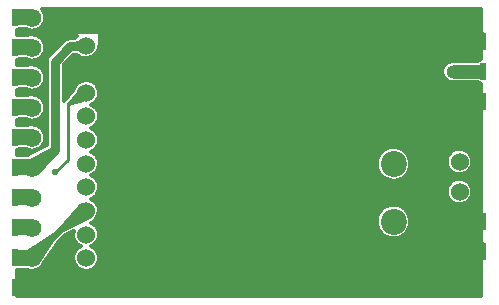
<source format=gbl>
%FSLAX25Y25*%
%MOIN*%
G70*
G01*
G75*
%ADD10C,0.01000*%
%ADD11C,0.02000*%
%ADD12C,0.00800*%
%ADD13R,0.01969X0.02000*%
%ADD14R,0.03000X0.03000*%
%ADD15R,0.02000X0.01969*%
%ADD16R,0.03150X0.00984*%
%ADD17R,0.00984X0.03150*%
%ADD18R,0.00984X0.03150*%
%ADD19R,0.05906X0.05906*%
%ADD20O,0.03150X0.00984*%
%ADD21C,0.00800*%
%ADD22R,0.05906X0.05118*%
%ADD23R,0.02000X0.03150*%
%ADD24R,0.05118X0.05906*%
%ADD25R,0.02756X0.00984*%
%ADD26R,0.00984X0.02756*%
%ADD27R,0.06299X0.06299*%
%ADD28C,0.00700*%
%ADD29C,0.01500*%
%ADD30C,0.02900*%
%ADD31C,0.00600*%
%ADD32C,0.03000*%
%ADD33R,0.00900X0.00700*%
%ADD34R,0.03000X0.02247*%
%ADD35R,0.01600X0.02900*%
%ADD36R,0.07500X0.07700*%
%ADD37R,0.04500X0.03500*%
%ADD38R,0.03900X0.03000*%
%ADD39R,0.07700X0.04600*%
%ADD40R,0.02078X0.02277*%
%ADD41R,0.04100X0.02700*%
%ADD42R,0.04000X0.03000*%
%ADD43R,0.02300X0.04800*%
%ADD44C,0.04724*%
%ADD45C,0.06000*%
%ADD46O,0.09000X0.04500*%
%ADD47C,0.04331*%
%ADD48C,0.01500*%
%ADD49C,0.06200*%
%ADD50R,0.06200X0.06200*%
%ADD51R,0.06000X0.06000*%
%ADD52C,0.02200*%
%ADD53C,0.02400*%
%ADD54C,0.02000*%
%ADD55R,0.08026X0.06000*%
%ADD56R,0.08126X0.05900*%
%ADD57R,0.07700X0.06100*%
%ADD58R,0.05600X0.04400*%
%ADD59R,0.06200X0.05400*%
%ADD60C,0.01200*%
%ADD61R,0.08100X0.04600*%
%ADD62C,0.08661*%
D10*
X961400Y845300D02*
Y863800D01*
X957100Y841100D02*
X961400Y845300D01*
Y863800D02*
X967484Y867618D01*
X961400Y863800D02*
X966632Y865268D01*
X961400Y863800D02*
X966632Y869968D01*
X961400Y863800D02*
X967177Y866150D01*
X961400Y863800D02*
X967177Y869086D01*
X949500Y892700D02*
X949900D01*
D11*
X949500Y814800D02*
X950406Y814871D01*
X951291Y815084D01*
X952131Y815431D01*
X952906Y815907D01*
X953597Y816497D01*
X952873Y815773D02*
X952182Y814873D01*
X951748Y813825D01*
X951600Y812700D01*
X967484Y828248D02*
X966478Y828149D01*
X965511Y827855D01*
X964619Y827379D01*
X963838Y826737D01*
X967484Y826248D02*
X966506Y826200D01*
X965536Y826056D01*
X964586Y825818D01*
X963663Y825488D01*
X962777Y825069D01*
X961936Y824565D01*
X961149Y823981D01*
X960423Y823323D01*
X949500Y814800D02*
X950406Y814871D01*
X951291Y815084D01*
X952131Y815431D01*
X952906Y815907D01*
X953597Y816497D01*
X952873Y815773D02*
X952182Y814873D01*
X951748Y813825D01*
X951600Y812700D01*
X967484Y828248D02*
X966478Y828149D01*
X965511Y827855D01*
X964619Y827379D01*
X963838Y826737D01*
X967484Y826248D02*
X966506Y826200D01*
X965536Y826056D01*
X964586Y825818D01*
X963663Y825488D01*
X962777Y825069D01*
X961936Y824565D01*
X961149Y823981D01*
X960423Y823323D01*
X949500Y812700D02*
X949800D01*
X965100Y828000D01*
X967500D01*
X959112Y822013D02*
X968520Y826537D01*
X959112Y822013D02*
X966141Y829730D01*
X959112Y822013D02*
X967484Y828248D01*
X948207Y814355D02*
X956965Y819865D01*
X951100Y811340D02*
X956965Y819865D01*
X949500Y812700D02*
X956965Y819865D01*
D29*
X949500Y892200D02*
Y892700D01*
D32*
Y844300D02*
X950540Y844368D01*
X951562Y844571D01*
X952549Y844906D01*
X953483Y845367D01*
X954350Y845946D01*
X955134Y846634D01*
X963220Y883100D02*
X964104Y883187D01*
X964954Y883445D01*
X965737Y883863D01*
X966424Y884427D01*
X949500Y844300D02*
X950540Y844368D01*
X951562Y844571D01*
X952549Y844906D01*
X953483Y845367D01*
X954350Y845946D01*
X955134Y846634D01*
X963220Y883100D02*
X964104Y883187D01*
X964954Y883445D01*
X965737Y883863D01*
X966424Y884427D01*
X949500Y842700D02*
X951200D01*
X957200Y848700D02*
Y878000D01*
X962300Y883100D01*
X951200Y842700D02*
X957200Y848700D01*
X962300Y883100D02*
X967700D01*
X962300D02*
X967484Y883366D01*
X948623Y844038D02*
X957200Y848700D01*
X950584Y841523D02*
X957200Y848700D01*
X949500Y842700D02*
X957200Y848700D01*
D44*
X958526Y806184D02*
D03*
X1078000Y811700D02*
D03*
X958500Y890200D02*
D03*
D45*
X1091984Y844674D02*
D03*
Y834674D02*
D03*
Y884674D02*
D03*
Y814674D02*
D03*
Y824674D02*
D03*
Y854674D02*
D03*
Y864674D02*
D03*
X967484Y875492D02*
D03*
Y867618D02*
D03*
Y859744D02*
D03*
Y836122D02*
D03*
Y828248D02*
D03*
Y891240D02*
D03*
Y883366D02*
D03*
Y812500D02*
D03*
Y820374D02*
D03*
X967484Y851870D02*
D03*
X967484Y843996D02*
D03*
D46*
X1091984Y874674D02*
D03*
D48*
X1056474Y869231D02*
D03*
X1054112D02*
D03*
X1051750D02*
D03*
X1051750Y871593D02*
D03*
X1056474D02*
D03*
Y873955D02*
D03*
X1054112D02*
D03*
X1051750D02*
D03*
D49*
X949500Y872700D02*
D03*
Y882700D02*
D03*
Y832700D02*
D03*
Y822700D02*
D03*
Y842700D02*
D03*
Y812700D02*
D03*
Y862700D02*
D03*
Y892700D02*
D03*
Y852700D02*
D03*
D50*
Y802700D02*
D03*
D51*
X967484Y804626D02*
D03*
D52*
X1019500Y823900D02*
D03*
X957100Y841100D02*
D03*
X1010000Y824200D02*
D03*
X1011700Y826000D02*
D03*
X1055700Y849200D02*
D03*
X1027600Y863300D02*
D03*
X1001000Y879300D02*
D03*
X1009100Y867200D02*
D03*
X1009800Y843200D02*
D03*
X991100Y818000D02*
D03*
X1028300Y814100D02*
D03*
X1039600Y821900D02*
D03*
X1049500Y810300D02*
D03*
X1054274Y809700D02*
D03*
X1057700Y813800D02*
D03*
X984700Y854500D02*
D03*
X1008300Y838900D02*
D03*
X992900Y841200D02*
D03*
X989300Y839100D02*
D03*
X1015800Y882000D02*
D03*
X1056200Y837800D02*
D03*
X1054400Y840400D02*
D03*
X1036500Y862800D02*
D03*
X1027700Y866800D02*
D03*
X985300Y873900D02*
D03*
X1001900Y868200D02*
D03*
X988700Y871200D02*
D03*
X991200Y847000D02*
D03*
X1072700Y856500D02*
D03*
X1075800Y859100D02*
D03*
X1059600Y824700D02*
D03*
X993200Y875000D02*
D03*
X993100Y813400D02*
D03*
X989800Y815500D02*
D03*
X1032274Y847300D02*
D03*
X1028000Y851200D02*
D03*
X1036000D02*
D03*
Y843200D02*
D03*
X1028000D02*
D03*
X1027900Y847300D02*
D03*
X1032300Y851200D02*
D03*
Y843200D02*
D03*
X1035900Y847200D02*
D03*
X977500Y836300D02*
D03*
Y831900D02*
D03*
Y827100D02*
D03*
X977400Y860700D02*
D03*
X977300Y876500D02*
D03*
X977400Y870600D02*
D03*
Y857400D02*
D03*
Y854400D02*
D03*
X1083500Y846000D02*
D03*
Y846800D02*
D03*
Y847600D02*
D03*
Y848500D02*
D03*
Y849300D02*
D03*
Y850100D02*
D03*
Y850800D02*
D03*
X977500Y851000D02*
D03*
Y850300D02*
D03*
Y849600D02*
D03*
Y849000D02*
D03*
Y848400D02*
D03*
Y847800D02*
D03*
Y847100D02*
D03*
Y846500D02*
D03*
X1027800Y890800D02*
D03*
X1028400D02*
D03*
X1029000D02*
D03*
X1029700D02*
D03*
X1030400D02*
D03*
X1031100D02*
D03*
X1031800D02*
D03*
X1032500D02*
D03*
X1027600Y805700D02*
D03*
X1028400D02*
D03*
X1029200D02*
D03*
X1030100D02*
D03*
X1031000D02*
D03*
X1031900D02*
D03*
X1032600D02*
D03*
X1033200D02*
D03*
X977600Y815200D02*
D03*
Y811200D02*
D03*
X977500Y807400D02*
D03*
Y804100D02*
D03*
X983000D02*
D03*
X987300D02*
D03*
X991500D02*
D03*
X996100D02*
D03*
X1000500D02*
D03*
X1004300D02*
D03*
X1008400Y804200D02*
D03*
X1013200D02*
D03*
X1017800Y804300D02*
D03*
X1022700Y804200D02*
D03*
X1037500Y804300D02*
D03*
X1042300Y804200D02*
D03*
X1047000D02*
D03*
X1051600D02*
D03*
X1057900D02*
D03*
X1063100Y804300D02*
D03*
X1069000D02*
D03*
X1075000D02*
D03*
X1080000Y804400D02*
D03*
X1083700Y804500D02*
D03*
X1084000Y808500D02*
D03*
Y820200D02*
D03*
Y825200D02*
D03*
Y836800D02*
D03*
Y842200D02*
D03*
X977000Y887500D02*
D03*
Y891300D02*
D03*
X982000D02*
D03*
X987800D02*
D03*
X992800D02*
D03*
X997900D02*
D03*
X1004100D02*
D03*
X1010600D02*
D03*
X1016800D02*
D03*
X1021600D02*
D03*
X1037500Y891200D02*
D03*
X1042400D02*
D03*
X1047000D02*
D03*
X1052300D02*
D03*
X1059100D02*
D03*
X1064400D02*
D03*
X1070200D02*
D03*
X1076000D02*
D03*
X1080300D02*
D03*
X1084000D02*
D03*
Y885800D02*
D03*
Y882400D02*
D03*
Y868200D02*
D03*
Y864700D02*
D03*
Y860300D02*
D03*
X1071400Y876816D02*
D03*
X1064600Y853200D02*
D03*
X1060000Y866900D02*
D03*
X1067700Y811100D02*
D03*
X1063300Y812300D02*
D03*
X1058800Y835700D02*
D03*
X1061200Y827200D02*
D03*
X1074600Y879500D02*
D03*
X982500Y875800D02*
D03*
X1015700Y860716D02*
D03*
X1049400Y865700D02*
D03*
X1084000Y864700D02*
D03*
Y882400D02*
D03*
Y885800D02*
D03*
X1053100Y879900D02*
D03*
X1060400Y862200D02*
D03*
X1072100Y866000D02*
D03*
X1074800Y875416D02*
D03*
X1047074Y865200D02*
D03*
X1032600Y878400D02*
D03*
X1024500Y879200D02*
D03*
X1019600Y880500D02*
D03*
X1013100Y879800D02*
D03*
X996500Y864300D02*
D03*
X1058900Y878200D02*
D03*
D53*
X1099974Y816516D02*
D03*
Y812916D02*
D03*
Y814716D02*
D03*
Y815616D02*
D03*
Y813816D02*
D03*
Y826516D02*
D03*
X1099974Y822916D02*
D03*
X1099974Y824716D02*
D03*
Y825616D02*
D03*
Y823816D02*
D03*
Y886516D02*
D03*
Y882916D02*
D03*
Y884716D02*
D03*
Y885616D02*
D03*
Y883816D02*
D03*
Y866516D02*
D03*
Y862916D02*
D03*
Y864716D02*
D03*
Y865616D02*
D03*
Y863816D02*
D03*
Y876516D02*
D03*
Y872916D02*
D03*
Y874716D02*
D03*
Y875616D02*
D03*
Y873816D02*
D03*
X943974Y894516D02*
D03*
Y890916D02*
D03*
Y892716D02*
D03*
Y893616D02*
D03*
Y891816D02*
D03*
Y884516D02*
D03*
Y880916D02*
D03*
Y882716D02*
D03*
Y883616D02*
D03*
Y881816D02*
D03*
Y874616D02*
D03*
Y871016D02*
D03*
Y872816D02*
D03*
Y873716D02*
D03*
Y871916D02*
D03*
Y864516D02*
D03*
Y860916D02*
D03*
Y862716D02*
D03*
Y863616D02*
D03*
Y861816D02*
D03*
Y854516D02*
D03*
Y850916D02*
D03*
Y852716D02*
D03*
Y853616D02*
D03*
Y851816D02*
D03*
Y844516D02*
D03*
Y840916D02*
D03*
Y842716D02*
D03*
Y843616D02*
D03*
Y841816D02*
D03*
Y834516D02*
D03*
Y830916D02*
D03*
Y832716D02*
D03*
Y833616D02*
D03*
Y831816D02*
D03*
Y824516D02*
D03*
Y820916D02*
D03*
Y822716D02*
D03*
Y823616D02*
D03*
Y821816D02*
D03*
Y814516D02*
D03*
Y810916D02*
D03*
Y812716D02*
D03*
Y813616D02*
D03*
Y811816D02*
D03*
Y804516D02*
D03*
Y800916D02*
D03*
Y802716D02*
D03*
Y803616D02*
D03*
Y801816D02*
D03*
X991000Y865700D02*
D03*
X1046100Y875600D02*
D03*
X1043300Y881400D02*
D03*
X1068700Y865500D02*
D03*
X1065000Y865400D02*
D03*
X1072600Y862900D02*
D03*
X1035500Y876400D02*
D03*
X1000100Y863500D02*
D03*
X1054100Y871600D02*
D03*
X1070100Y827400D02*
D03*
X1067900Y845100D02*
D03*
X1045500Y879400D02*
D03*
X1061900Y865400D02*
D03*
D54*
X1060700Y851600D02*
D03*
X1040700Y851900D02*
D03*
D55*
X1095987Y814716D02*
D03*
Y884716D02*
D03*
D56*
X1095937Y824666D02*
D03*
D57*
X1095824Y864666D02*
D03*
D58*
X1097174Y874716D02*
D03*
D59*
X946274Y802816D02*
D03*
X946274Y842816D02*
D03*
Y852816D02*
D03*
Y862816D02*
D03*
Y872816D02*
D03*
Y882816D02*
D03*
Y892816D02*
D03*
Y812616D02*
D03*
Y822816D02*
D03*
Y832716D02*
D03*
D60*
X1099300Y878923D02*
X1098223Y878300D01*
X1098256Y871100D02*
X1099300Y870508D01*
X1096284Y844674D02*
X1096168Y845666D01*
X1095827Y846604D01*
X1095278Y847438D01*
X1094552Y848123D01*
X1093687Y848622D01*
X1092731Y848909D01*
X1091734Y848967D01*
X1090751Y848793D01*
X1089834Y848398D01*
X1089033Y847802D01*
X1088392Y847037D01*
X1087943Y846145D01*
X1087713Y845173D01*
X1087713Y844175D01*
X1087943Y843203D01*
X1088392Y842311D01*
X1089033Y841546D01*
X1089834Y840950D01*
X1090751Y840555D01*
X1091734Y840381D01*
X1092731Y840439D01*
X1093687Y840726D01*
X1094552Y841225D01*
X1095278Y841910D01*
X1095827Y842744D01*
X1096168Y843682D01*
X1096284Y844674D01*
Y834674D02*
X1096168Y835666D01*
X1095827Y836604D01*
X1095278Y837438D01*
X1094552Y838123D01*
X1093687Y838622D01*
X1092731Y838909D01*
X1091734Y838967D01*
X1090751Y838793D01*
X1089834Y838398D01*
X1089033Y837802D01*
X1088392Y837037D01*
X1087943Y836145D01*
X1087713Y835173D01*
X1087713Y834175D01*
X1087943Y833203D01*
X1088392Y832311D01*
X1089033Y831546D01*
X1089834Y830950D01*
X1090751Y830555D01*
X1091734Y830381D01*
X1092731Y830439D01*
X1093687Y830726D01*
X1094552Y831225D01*
X1095278Y831910D01*
X1095827Y832744D01*
X1096168Y833682D01*
X1096284Y834674D01*
X1089500Y878216D02*
X1088552Y878021D01*
X1087691Y877577D01*
X1086983Y876917D01*
X1086479Y876090D01*
X1086217Y875158D01*
X1086217Y874190D01*
X1086479Y873258D01*
X1086983Y872431D01*
X1087691Y871771D01*
X1088552Y871327D01*
X1089500Y871132D01*
X1075631Y843913D02*
X1075540Y844918D01*
X1075272Y845891D01*
X1074834Y846801D01*
X1074240Y847617D01*
X1073511Y848315D01*
X1072668Y848871D01*
X1071740Y849268D01*
X1070756Y849492D01*
X1069747Y849538D01*
X1068747Y849402D01*
X1067787Y849090D01*
X1066898Y848612D01*
X1066109Y847982D01*
X1065445Y847222D01*
X1064927Y846356D01*
X1064572Y845411D01*
X1064392Y844417D01*
Y843408D01*
X1064572Y842415D01*
X1064927Y841469D01*
X1065445Y840603D01*
X1066109Y839843D01*
X1066898Y839213D01*
X1067787Y838735D01*
X1068747Y838423D01*
X1069747Y838288D01*
X1070756Y838333D01*
X1071740Y838558D01*
X1072668Y838954D01*
X1073511Y839510D01*
X1074240Y840208D01*
X1074834Y841025D01*
X1075272Y841934D01*
X1075540Y842907D01*
X1075631Y843913D01*
Y824700D02*
X1075540Y825705D01*
X1075272Y826678D01*
X1074834Y827588D01*
X1074240Y828405D01*
X1073511Y829102D01*
X1072668Y829658D01*
X1071740Y830055D01*
X1070756Y830280D01*
X1069747Y830325D01*
X1068747Y830190D01*
X1067787Y829878D01*
X1066898Y829399D01*
X1066109Y828770D01*
X1065445Y828010D01*
X1064927Y827143D01*
X1064572Y826198D01*
X1064392Y825205D01*
Y824195D01*
X1064572Y823202D01*
X1064927Y822257D01*
X1065445Y821390D01*
X1066109Y820630D01*
X1066898Y820001D01*
X1067787Y819522D01*
X1068747Y819211D01*
X1069747Y819075D01*
X1070756Y819120D01*
X1071740Y819345D01*
X1072668Y819742D01*
X1073511Y820298D01*
X1074240Y820995D01*
X1074834Y821812D01*
X1075272Y822721D01*
X1075540Y823695D01*
X1075631Y824700D01*
X963731Y885977D02*
X964444Y886407D01*
X963731Y885977D02*
X964444Y886407D01*
X962156Y885896D02*
X961162Y885658D01*
X960320Y885080D01*
X962156Y885896D02*
X961162Y885658D01*
X960320Y885080D01*
X964470Y880300D02*
X965265Y879683D01*
X966183Y879268D01*
X967172Y879078D01*
X968178Y879123D01*
X969147Y879400D01*
X970024Y879896D01*
X970761Y880582D01*
X971319Y881421D01*
X971666Y882366D01*
X971784Y883366D01*
X962156Y885896D02*
X961162Y885658D01*
X960320Y885080D01*
X971784Y867618D02*
X971665Y868624D01*
X971314Y869573D01*
X970751Y870415D01*
X970006Y871101D01*
X969122Y871594D01*
X968147Y871867D01*
X967135Y871904D01*
X966142Y871703D01*
X965224Y871276D01*
X964431Y870646D01*
X963808Y869848D01*
X963388Y868927D01*
X969213Y863681D02*
X970070Y864183D01*
X970789Y864867D01*
X971332Y865699D01*
X971670Y866632D01*
X971784Y867618D01*
X953900Y892700D02*
X953784Y893703D01*
X953443Y894653D01*
X952894Y895500D01*
X953900Y882700D02*
X953799Y883637D01*
X953501Y884532D01*
X953018Y885342D01*
X952375Y886031D01*
X951599Y886567D01*
X950727Y886925D01*
X949799Y887090D01*
X948857Y887053D01*
X947944Y886816D01*
X955220Y879980D02*
X954613Y879072D01*
X954400Y878000D01*
X955220Y879980D02*
X954613Y879072D01*
X954400Y878000D01*
X947433Y888816D02*
X948368Y888448D01*
X949362Y888302D01*
X950364Y888386D01*
X951320Y888694D01*
X952181Y889211D01*
X952903Y889911D01*
X953447Y890755D01*
X953785Y891702D01*
X953900Y892700D01*
X944600Y888495D02*
X945331Y888816D01*
X947433Y878816D02*
X948368Y878448D01*
X949362Y878302D01*
X950364Y878386D01*
X951320Y878694D01*
X952181Y879211D01*
X952903Y879911D01*
X953447Y880756D01*
X953785Y881702D01*
X953900Y882700D01*
X944954Y886816D02*
X944600Y886936D01*
Y878495D02*
X945331Y878816D01*
X953900Y872700D02*
X953799Y873637D01*
X953501Y874532D01*
X953018Y875342D01*
X952375Y876031D01*
X951599Y876567D01*
X950727Y876925D01*
X949799Y877090D01*
X948857Y877053D01*
X947944Y876816D01*
X947433Y868816D02*
X948368Y868448D01*
X949362Y868302D01*
X950364Y868386D01*
X951320Y868694D01*
X952181Y869211D01*
X952903Y869911D01*
X953447Y870755D01*
X953785Y871702D01*
X953900Y872700D01*
X945161Y876816D02*
X944600Y877036D01*
Y868595D02*
X945162Y868816D01*
X953900Y862700D02*
X953799Y863637D01*
X953501Y864532D01*
X953018Y865342D01*
X952375Y866031D01*
X951599Y866567D01*
X950727Y866925D01*
X949799Y867090D01*
X948857Y867053D01*
X947944Y866816D01*
X944954D02*
X944600Y866936D01*
X971784Y859744D02*
X971670Y860730D01*
X971332Y861664D01*
X970789Y862495D01*
X970070Y863180D01*
X969213Y863681D01*
X969712Y824570D02*
X970572Y825256D01*
X971231Y826137D01*
X971644Y827157D01*
X971784Y828248D01*
X969213Y855807D02*
X970070Y856309D01*
X970789Y856993D01*
X971332Y857824D01*
X971670Y858758D01*
X971784Y859744D01*
X971784Y851870D02*
X971670Y852856D01*
X971332Y853790D01*
X970789Y854621D01*
X970070Y855306D01*
X969213Y855807D01*
Y847933D02*
X970070Y848435D01*
X970789Y849119D01*
X971332Y849950D01*
X971670Y850884D01*
X971784Y851870D01*
X971784Y843996D02*
X971670Y844982D01*
X971332Y845916D01*
X970789Y846747D01*
X970070Y847432D01*
X969213Y847933D01*
X969213Y840059D02*
X970070Y840561D01*
X970789Y841245D01*
X971332Y842076D01*
X971670Y843010D01*
X971784Y843996D01*
Y836122D02*
X971670Y837108D01*
X971332Y838042D01*
X970789Y838873D01*
X970070Y839558D01*
X969213Y840059D01*
Y832185D02*
X970070Y832687D01*
X970789Y833371D01*
X971332Y834202D01*
X971670Y835136D01*
X971784Y836122D01*
Y828248D02*
X971670Y829234D01*
X971332Y830168D01*
X970789Y830999D01*
X970070Y831684D01*
X969213Y832185D01*
X969213Y824311D02*
X969709Y824568D01*
X971784Y820374D02*
X971670Y821360D01*
X971332Y822294D01*
X970789Y823125D01*
X970070Y823810D01*
X969213Y824311D01*
X963332Y821489D02*
X963186Y820485D01*
X963279Y819475D01*
X963607Y818514D01*
X964151Y817657D01*
X964880Y816952D01*
X965755Y816437D01*
X969213D02*
X970070Y816938D01*
X970789Y817623D01*
X971332Y818454D01*
X971670Y819388D01*
X971784Y820374D01*
Y812500D02*
X971670Y813486D01*
X971332Y814420D01*
X970789Y815251D01*
X970070Y815936D01*
X969213Y816437D01*
X965755D02*
X964873Y815916D01*
X964139Y815202D01*
X963595Y814334D01*
X963271Y813361D01*
X963187Y812341D01*
X963347Y811329D01*
X963741Y810383D01*
X964348Y809558D01*
X965133Y808900D01*
X966052Y808446D01*
X967051Y808222D01*
X968076Y808241D01*
X969066Y808502D01*
X969967Y808989D01*
X970727Y809676D01*
X971303Y810524D01*
X971662Y811483D01*
X971784Y812500D01*
X951837Y848972D02*
X952695Y849675D01*
X953350Y850570D01*
X953760Y851600D01*
X953900Y852700D01*
X947433Y858816D02*
X948368Y858448D01*
X949362Y858302D01*
X950364Y858386D01*
X951320Y858694D01*
X952181Y859211D01*
X952903Y859911D01*
X953447Y860756D01*
X953785Y861702D01*
X953900Y862700D01*
X944600Y858495D02*
X945331Y858816D01*
X953900Y852700D02*
X953799Y853637D01*
X953501Y854532D01*
X953018Y855342D01*
X952375Y856031D01*
X951599Y856567D01*
X950727Y856925D01*
X949799Y857090D01*
X948857Y857053D01*
X947944Y856816D01*
X947433Y848816D02*
X948378Y848446D01*
X949382Y848302D01*
X950393Y848392D01*
X951357Y848711D01*
X944954Y856816D02*
X944600Y856936D01*
Y848495D02*
X945331Y848816D01*
X947863Y808616D02*
X948866Y808346D01*
X949905Y808319D01*
X950920Y808535D01*
X951857Y808984D01*
X952662Y809640D01*
X953291Y810467D01*
X944954Y846816D02*
X944600Y846936D01*
Y808495D02*
X944954Y808616D01*
X1099300Y878923D02*
Y895500D01*
X1099274Y878916D02*
Y895500D01*
X1098274Y878349D02*
Y895500D01*
X1097274Y878300D02*
Y895500D01*
X1096274Y878300D02*
Y895500D01*
X1095274Y878300D02*
Y895500D01*
X1094274Y878300D02*
Y895500D01*
X1093274Y878300D02*
Y895500D01*
X1092274Y878300D02*
Y895500D01*
X1096274Y844970D02*
Y871100D01*
X1089500Y878300D02*
X1098223D01*
X1095274Y847443D02*
Y871100D01*
X1094274Y848314D02*
Y871100D01*
X1093274Y848776D02*
Y871100D01*
X1091274Y878300D02*
Y895500D01*
X1092274Y848964D02*
Y871100D01*
X1091274Y848915D02*
Y871100D01*
X971749Y882816D02*
X1099300D01*
X971495Y881816D02*
X1099300D01*
X970946Y880816D02*
X1099300D01*
X971614Y868816D02*
X1099300D01*
X971180Y869816D02*
X1099300D01*
X1089500Y871100D02*
X1098256D01*
X971780Y867816D02*
X1099300D01*
X971709Y866816D02*
X1099300D01*
X971388Y865816D02*
X1099300D01*
X971649Y860816D02*
X1099300D01*
X971784Y859816D02*
X1099300D01*
X971252Y861816D02*
X1099300D01*
X971683Y858816D02*
X1099300D01*
X971328Y857816D02*
X1099300D01*
X971679Y852816D02*
X1099300D01*
X971319Y853816D02*
X1099300D01*
X971784Y851816D02*
X1099300D01*
X971653Y850816D02*
X1099300D01*
X1095713Y846816D02*
X1099300D01*
X1096130Y845816D02*
X1099300D01*
X1094920Y847816D02*
X1099300D01*
X1096282Y844816D02*
X1099300D01*
X1096198Y843816D02*
X1099300D01*
X1095862Y842816D02*
X1099300D01*
X1095197Y841816D02*
X1099300D01*
X1094274Y838314D02*
Y841034D01*
X1093883Y840816D02*
X1099300D01*
X1095713Y836816D02*
X1099300D01*
X1096130Y835816D02*
X1099300D01*
X1094920Y837816D02*
X1099300D01*
X1096282Y834816D02*
X1099300D01*
X1096198Y833816D02*
X1099300D01*
X1096274Y834970D02*
Y844378D01*
X1095274Y837443D02*
Y841905D01*
X1095862Y832816D02*
X1099300D01*
X1095197Y831816D02*
X1099300D01*
X1093140Y848816D02*
X1099300D01*
X1073863Y839816D02*
X1099300D01*
X971262Y849816D02*
X1099300D01*
X1093883Y830816D02*
X1099300D01*
X1093140Y838816D02*
X1099300D01*
X1093274Y838776D02*
Y840572D01*
X1092274Y838964D02*
Y840384D01*
X1073843Y828816D02*
X1099300D01*
X1074690Y827816D02*
X1099300D01*
X1072352Y829816D02*
X1099300D01*
X1075519Y825816D02*
X1099300D01*
X1075218Y826816D02*
X1099300D01*
X1075630Y824816D02*
X1099300D01*
X1075561Y823816D02*
X1099300D01*
X1075306Y822816D02*
X1099300D01*
X1074836Y821816D02*
X1099300D01*
X1090274Y878300D02*
Y895500D01*
X1089274Y878194D02*
Y895500D01*
X1090274Y848619D02*
Y871100D01*
X1089274Y848012D02*
Y871154D01*
X1088274Y877910D02*
Y895500D01*
X1087274Y877233D02*
Y895500D01*
X1086274Y875467D02*
Y895500D01*
X1073274Y848494D02*
Y895500D01*
X1088274Y846848D02*
Y871438D01*
X1074825Y846816D02*
X1088256D01*
X1074058Y847816D02*
X1089048D01*
X1075523Y842816D02*
X1088107D01*
X1075299Y845816D02*
X1087839D01*
X1075274Y845885D02*
Y895500D01*
X1074274Y847578D02*
Y895500D01*
X1075558Y844816D02*
X1087687D01*
X1075630Y843816D02*
X1087771D01*
X1071274Y849397D02*
Y895500D01*
X1072274Y849064D02*
Y895500D01*
X1070274Y849537D02*
Y895500D01*
X1072768Y848816D02*
X1090828D01*
X1069274Y849496D02*
Y895500D01*
X1068274Y849272D02*
Y895500D01*
X971274Y869650D02*
Y881334D01*
Y861776D02*
Y865586D01*
Y853902D02*
Y857712D01*
X1067274Y848839D02*
Y895500D01*
X1066274Y848134D02*
Y895500D01*
X1065274Y846974D02*
Y895500D01*
X971380Y845816D02*
X1064701D01*
X971705Y844816D02*
X1064442D01*
X971274Y846028D02*
Y849839D01*
X971780Y843816D02*
X1064370D01*
X971619Y842816D02*
X1064477D01*
X1091274Y838915D02*
Y840433D01*
X1089274Y838012D02*
Y841336D01*
X1074703Y840816D02*
X1090086D01*
X1090274Y838619D02*
Y840729D01*
X1072393Y838816D02*
X1090828D01*
X1088274Y836848D02*
Y842500D01*
X1075226Y841816D02*
X1088772D01*
X1071274Y830185D02*
Y838428D01*
X1070274Y830324D02*
Y838289D01*
X1074274Y828366D02*
Y840247D01*
X1075274Y826672D02*
Y841940D01*
X1073274Y829281D02*
Y839332D01*
X1072274Y829851D02*
Y838762D01*
X1069274Y830284D02*
Y838329D01*
X1066274Y828922D02*
Y839691D01*
X1065274Y827761D02*
Y840852D01*
X1068274Y830060D02*
Y838553D01*
X1067274Y829627D02*
Y838986D01*
X971437Y837816D02*
X1089048D01*
X971773Y835816D02*
X1087839D01*
X971728Y836816D02*
X1088256D01*
X971113Y833816D02*
X1087771D01*
X970933Y830816D02*
X1090086D01*
X971274Y838154D02*
Y841964D01*
X971190Y841816D02*
X1064774D01*
X971581Y834816D02*
X1087687D01*
X970836Y838816D02*
X1067607D01*
X971747Y828816D02*
X1066157D01*
X971762Y827816D02*
X1065310D01*
X971488Y829816D02*
X1067648D01*
X971539Y826816D02*
X1064782D01*
X971535Y821816D02*
X1065164D01*
X971274Y830280D02*
Y834090D01*
Y822406D02*
Y826216D01*
X971030Y825816D02*
X1064481D01*
X971024Y822816D02*
X1064694D01*
X1086274Y799900D02*
Y873880D01*
X1085274Y799900D02*
Y895500D01*
X1084274Y799900D02*
Y895500D01*
X1098274Y799900D02*
Y871083D01*
X1087274Y799900D02*
Y872115D01*
X1083274Y799900D02*
Y895500D01*
X1082274Y799900D02*
Y895500D01*
X1081274Y799900D02*
Y895500D01*
X1080274Y799900D02*
Y895500D01*
X1079274Y799900D02*
Y895500D01*
X1078274Y799900D02*
Y895500D01*
X1077274Y799900D02*
Y895500D01*
X1076274Y799900D02*
Y895500D01*
X1064274Y799900D02*
Y895500D01*
X1063274Y799900D02*
Y895500D01*
X1062274Y799900D02*
Y895500D01*
X1061274Y799900D02*
Y895500D01*
X1060274Y799900D02*
Y895500D01*
X1059274Y799900D02*
Y895500D01*
X1058274Y799900D02*
Y895500D01*
X1057274Y799900D02*
Y895500D01*
X1056274Y799900D02*
Y895500D01*
X1055274Y799900D02*
Y895500D01*
X1054274Y799900D02*
Y895500D01*
X1053274Y799900D02*
Y895500D01*
X1052274Y799900D02*
Y895500D01*
X1051274Y799900D02*
Y895500D01*
X1050274Y799900D02*
Y895500D01*
X1049274Y799900D02*
Y895500D01*
X1048274Y799900D02*
Y895500D01*
X1047274Y799900D02*
Y895500D01*
X1046274Y799900D02*
Y895500D01*
X1045274Y799900D02*
Y895500D01*
X1044274Y799900D02*
Y895500D01*
X1043274Y799900D02*
Y895500D01*
X1042274Y799900D02*
Y895500D01*
X1099300Y799900D02*
Y870508D01*
X1099274Y799900D02*
Y870516D01*
X1097274Y799900D02*
Y871100D01*
X1074076Y820816D02*
X1099300D01*
X1072802Y819816D02*
X1099300D01*
X1096274Y799900D02*
Y834378D01*
X1095274Y799900D02*
Y831905D01*
X1094274Y799900D02*
Y831034D01*
X1093274Y799900D02*
Y830572D01*
X1090274Y799900D02*
Y830729D01*
X1089274Y799900D02*
Y831336D01*
X1088274Y799900D02*
Y832500D01*
X1092274Y799900D02*
Y830384D01*
X1091274Y799900D02*
Y830433D01*
X1075274Y799900D02*
Y822728D01*
X1074274Y799900D02*
Y821034D01*
X1073274Y799900D02*
Y820119D01*
X1072274Y799900D02*
Y819549D01*
X971492Y818816D02*
X1099300D01*
X970940Y817816D02*
X1099300D01*
X971107Y814816D02*
X1099300D01*
X971773Y812816D02*
X1099300D01*
X971578Y813816D02*
X1099300D01*
X971762Y820816D02*
X1065924D01*
X971748Y819816D02*
X1067198D01*
X971729Y811816D02*
X1099300D01*
X1071274Y799900D02*
Y819215D01*
X1070274Y799900D02*
Y819076D01*
X1069274Y799900D02*
Y819116D01*
X971441Y810816D02*
X1099300D01*
X970844Y809816D02*
X1099300D01*
X1066274Y799900D02*
Y820478D01*
X1065274Y799900D02*
Y821639D01*
X1068274Y799900D02*
Y819340D01*
X1067274Y799900D02*
Y819773D01*
X1041274Y799900D02*
Y895500D01*
X1040274Y799900D02*
Y895500D01*
X1039274Y799900D02*
Y895500D01*
X1038274Y799900D02*
Y895500D01*
X1037274Y799900D02*
Y895500D01*
X1036274Y799900D02*
Y895500D01*
X1035274Y799900D02*
Y895500D01*
X1034274Y799900D02*
Y895500D01*
X1033274Y799900D02*
Y895500D01*
X1032274Y799900D02*
Y895500D01*
X1031274Y799900D02*
Y895500D01*
X1030274Y799900D02*
Y895500D01*
X1029274Y799900D02*
Y895500D01*
X1028274Y799900D02*
Y895500D01*
X1027274Y799900D02*
Y895500D01*
X1026274Y799900D02*
Y895500D01*
X1025274Y799900D02*
Y895500D01*
X1024274Y799900D02*
Y895500D01*
X1023274Y799900D02*
Y895500D01*
X1022274Y799900D02*
Y895500D01*
X1021274Y799900D02*
Y895500D01*
X1020274Y799900D02*
Y895500D01*
X1019274Y799900D02*
Y895500D01*
X1018274Y799900D02*
Y895500D01*
X1017274Y799900D02*
Y895500D01*
X1016274Y799900D02*
Y895500D01*
X1015274Y799900D02*
Y895500D01*
X1014274Y799900D02*
Y895500D01*
X1013274Y799900D02*
Y895500D01*
X1012274Y799900D02*
Y895500D01*
X1011274Y799900D02*
Y895500D01*
X1010274Y799900D02*
Y895500D01*
X1009274Y799900D02*
Y895500D01*
X1008274Y799900D02*
Y895500D01*
X1007274Y799900D02*
Y895500D01*
X1006274Y799900D02*
Y895500D01*
X1005274Y799900D02*
Y895500D01*
X1004274Y799900D02*
Y895500D01*
X1003274Y799900D02*
Y895500D01*
X1002274Y799900D02*
Y895500D01*
X1001274Y799900D02*
Y895500D01*
X1000274Y799900D02*
Y895500D01*
X999274Y799900D02*
Y895500D01*
X998274Y799900D02*
Y895500D01*
X997274Y799900D02*
Y895500D01*
X996274Y799900D02*
Y895500D01*
X995274Y799900D02*
Y895500D01*
X994274Y799900D02*
Y895500D01*
X993274Y799900D02*
Y895500D01*
X992274Y799900D02*
Y895500D01*
X991274Y799900D02*
Y895500D01*
X990274Y799900D02*
Y895500D01*
X989274Y799900D02*
Y895500D01*
X988274Y799900D02*
Y895500D01*
X987274Y799900D02*
Y895500D01*
X986274Y799900D02*
Y895500D01*
X985274Y799900D02*
Y895500D01*
X984274Y799900D02*
Y895500D01*
X983274Y799900D02*
Y895500D01*
X982274Y799900D02*
Y895500D01*
X981274Y799900D02*
Y895500D01*
X980274Y799900D02*
Y895500D01*
X971274Y814532D02*
Y818342D01*
X979274Y799900D02*
Y895500D01*
X978274Y799900D02*
Y895500D01*
X977274Y799900D02*
Y895500D01*
X976274Y799900D02*
Y895500D01*
X975274Y799900D02*
Y895500D01*
X974274Y799900D02*
Y895500D01*
X973274Y799900D02*
Y895500D01*
X972274Y799900D02*
Y895500D01*
X971274Y799900D02*
Y810468D01*
X964274Y886258D02*
Y895500D01*
X963274Y885954D02*
Y895500D01*
X962156Y885896D02*
X963731Y885977D01*
X962274Y885902D02*
Y895500D01*
X961274Y885705D02*
Y895500D01*
X960274Y885034D02*
Y895500D01*
X964274Y870479D02*
Y880300D01*
X963460D02*
X964470D01*
X963274Y868792D02*
Y880114D01*
X960000Y876840D02*
X963460Y880300D01*
X959274Y884034D02*
Y895500D01*
X958274Y883034D02*
Y895500D01*
X957274Y882034D02*
Y895500D01*
X953358Y894816D02*
X1099300D01*
X953756Y893816D02*
X1099300D01*
X952894Y895500D02*
X1099300D01*
X953899Y892816D02*
X1099300D01*
X953810Y891816D02*
X1099300D01*
X953476Y890816D02*
X1099300D01*
X952823Y889816D02*
X1099300D01*
X951567Y888816D02*
X1099300D01*
X944600Y887816D02*
X1099300D01*
X953358Y884816D02*
X960056D01*
X955220Y879980D02*
X960320Y885080D01*
X952607Y885816D02*
X961618D01*
X953756Y883816D02*
X959056D01*
X953899Y882816D02*
X958056D01*
X956274Y881034D02*
Y895500D01*
X955274Y880034D02*
Y895500D01*
X953810Y881816D02*
X957056D01*
X953476Y880816D02*
X956056D01*
X969910Y879816D02*
X1099300D01*
X969274Y871528D02*
Y879456D01*
X968274Y871845D02*
Y879139D01*
X968417Y871816D02*
X1087629D01*
X961975Y878816D02*
X1098994D01*
X965274Y871307D02*
Y879678D01*
X962976Y879816D02*
X965058D01*
X967274Y871913D02*
Y879071D01*
X966274Y871744D02*
Y879240D01*
X970359Y870816D02*
X1098617D01*
X970746Y864816D02*
X1099300D01*
X970493Y862816D02*
X1099300D01*
X969492Y863816D02*
X1099300D01*
X970274Y870890D02*
Y880094D01*
X962274Y867613D02*
Y879114D01*
X970274Y863016D02*
Y864346D01*
X960975Y877816D02*
X1088081D01*
X960000Y876816D02*
X1086903D01*
X960000Y875816D02*
X1086373D01*
X960000Y873816D02*
X1086290D01*
X960000Y872816D02*
X1086709D01*
X960000Y874816D02*
X1086187D01*
X952823Y879816D02*
X955069D01*
X960000Y871816D02*
X966551D01*
X960000Y870816D02*
X964609D01*
X960000Y869816D02*
X963788D01*
X960000Y868816D02*
X963294D01*
X960027Y864964D02*
X963388Y868927D01*
X960000Y867816D02*
X962446D01*
X960000Y866816D02*
X961598D01*
X961274Y866434D02*
Y878114D01*
X960274Y865255D02*
Y877114D01*
X960000Y864931D02*
Y876840D01*
Y865816D02*
X960750D01*
X953274Y894962D02*
Y895500D01*
Y884962D02*
Y890438D01*
X952274Y886115D02*
Y889285D01*
X951274Y886726D02*
Y888673D01*
X950274Y887031D02*
Y888369D01*
X949274Y887094D02*
Y888306D01*
X948274Y886926D02*
Y888474D01*
X953274Y874962D02*
Y880438D01*
X952274Y876115D02*
Y879285D01*
X951567Y878816D02*
X954521D01*
X951274Y876727D02*
Y878673D01*
X950274Y877031D02*
Y878369D01*
X949274Y877094D02*
Y878306D01*
X948274Y876926D02*
Y878474D01*
X945331Y888816D02*
X947433D01*
X945331Y888816D02*
X947433D01*
X947274Y886816D02*
Y888816D01*
X944954Y886816D02*
X947944D01*
X946274D02*
Y888816D01*
X945274Y886816D02*
Y888780D01*
X944600Y886936D02*
Y888495D01*
X945331Y878816D02*
X947433D01*
X945331Y878816D02*
X947433D01*
X947274Y876816D02*
Y878816D01*
X946274Y876816D02*
Y878816D01*
X945274Y876816D02*
Y878780D01*
X944600Y877036D02*
Y878495D01*
X952607Y875816D02*
X954400D01*
X953358Y874816D02*
X954400D01*
X951056Y876816D02*
X954400D01*
X953756Y873816D02*
X954400D01*
X953899Y872816D02*
X954400D01*
X953810Y871816D02*
X954400D01*
X953476Y870816D02*
X954400D01*
X952823Y869816D02*
X954400D01*
X951567Y868816D02*
X954400D01*
X952607Y865816D02*
X954400D01*
X953358Y864816D02*
X954400D01*
X951056Y866816D02*
X954400D01*
X953756Y863816D02*
X954400D01*
X953899Y862816D02*
X954400D01*
X953274Y864962D02*
Y870438D01*
X952274Y866115D02*
Y869285D01*
X951274Y866726D02*
Y868674D01*
X950274Y867031D02*
Y868369D01*
X945161Y876816D02*
X947944D01*
X944600Y877816D02*
X954400D01*
X944600Y867816D02*
X954400D01*
X945161Y868816D02*
X947433D01*
X945162Y868816D02*
X947433D01*
X949274Y867094D02*
Y868306D01*
X948274Y866926D02*
Y868474D01*
X947274Y866816D02*
Y868816D01*
X944954Y866816D02*
X947944D01*
X946274D02*
Y868816D01*
X945274Y866816D02*
Y868816D01*
X944600Y866936D02*
Y868595D01*
X970633Y856816D02*
X1099300D01*
X970617Y854816D02*
X1099300D01*
X970511Y848816D02*
X1067232D01*
X970731Y846816D02*
X1065175D01*
X969459Y847816D02*
X1065942D01*
X970274Y855142D02*
Y856472D01*
Y847268D02*
Y848598D01*
X970378Y840816D02*
X1065297D01*
X969686Y839816D02*
X1066137D01*
X970234Y832816D02*
X1088107D01*
X969884Y831816D02*
X1088772D01*
X970074Y824816D02*
X1064371D01*
X970062Y823816D02*
X1064439D01*
X970274Y839394D02*
Y840724D01*
Y831520D02*
Y832850D01*
Y823646D02*
Y824976D01*
X969233Y855816D02*
X1099300D01*
X961931Y820816D02*
X963207D01*
X962274Y799900D02*
Y820981D01*
X960462Y820109D02*
X963332Y821489D01*
X963274Y813374D02*
Y819500D01*
X960168Y819816D02*
X963221D01*
X969899Y816816D02*
X1099300D01*
X970274Y815772D02*
Y817102D01*
X970222Y815816D02*
X1099300D01*
X969701Y808816D02*
X1099300D01*
X959168Y818816D02*
X963476D01*
X958347Y817816D02*
X964028D01*
X965274Y816189D02*
Y816685D01*
X964274Y815361D02*
Y817513D01*
X970274Y799900D02*
Y809228D01*
X969274Y799900D02*
Y808590D01*
X968274Y799900D02*
Y808273D01*
X967274Y799900D02*
Y808205D01*
X964274Y799900D02*
Y809639D01*
X963274Y799900D02*
Y811626D01*
X966274Y799900D02*
Y808374D01*
X965274Y799900D02*
Y808811D01*
X957659Y816816D02*
X965070D01*
X956971Y815816D02*
X964746D01*
X956283Y814816D02*
X963861D01*
X952823Y809816D02*
X964125D01*
X951567Y808816D02*
X965267D01*
X955595Y813816D02*
X963391D01*
X954907Y812816D02*
X963196D01*
X954219Y811816D02*
X963239D01*
X953531Y810816D02*
X963528D01*
X944600Y807816D02*
X1099300D01*
X944600Y806816D02*
X1099300D01*
X944600Y805816D02*
X1099300D01*
X944600Y804816D02*
X1099300D01*
X944600Y803816D02*
X1099300D01*
X944600Y802816D02*
X1099300D01*
X944600Y801816D02*
X1099300D01*
X944600Y800816D02*
X1099300D01*
X944600Y799900D02*
X1099300D01*
X953810Y861816D02*
X954400D01*
X953476Y860816D02*
X954400D01*
X952823Y859816D02*
X954400D01*
X952607Y855816D02*
X954400D01*
X951567Y858816D02*
X954400D01*
X953274Y854962D02*
Y860438D01*
X952274Y856115D02*
Y859285D01*
X953756Y853816D02*
X954400D01*
X953358Y854816D02*
X954400D01*
X953899Y852816D02*
X954400D01*
Y850365D02*
Y878000D01*
X953810Y851816D02*
X954400D01*
X953476Y850816D02*
X954400D01*
X951837Y848972D02*
X954400Y850365D01*
X954274Y850296D02*
Y895500D01*
X953274Y849753D02*
Y850438D01*
X952823Y849816D02*
X953389D01*
X950274Y857031D02*
Y858369D01*
X948274Y856926D02*
Y858474D01*
X949274Y857094D02*
Y858306D01*
X944600Y857816D02*
X954400D01*
X945331Y858816D02*
X947433D01*
X945331Y858816D02*
X947433D01*
X944600Y856936D02*
Y858495D01*
X951274Y856726D02*
Y858673D01*
X951056Y856816D02*
X954400D01*
X944954Y856816D02*
X947944D01*
X947274D02*
Y858816D01*
X946274Y856816D02*
Y858816D01*
X945274Y856816D02*
Y858780D01*
X961274Y799900D02*
Y820500D01*
X960274Y799900D02*
Y819921D01*
X958741Y818388D02*
X960462Y820109D01*
X959274Y799900D02*
Y818921D01*
X953291Y810467D02*
X958741Y818388D01*
X949274Y847579D02*
Y848306D01*
X948274Y847035D02*
Y848474D01*
X958274Y799900D02*
Y817710D01*
X957274Y799900D02*
Y816256D01*
X956274Y799900D02*
Y814802D01*
X955274Y799900D02*
Y813349D01*
X954274Y799900D02*
Y811895D01*
X953274Y799900D02*
Y810438D01*
X952274Y799900D02*
Y809285D01*
X951274Y799900D02*
Y808673D01*
X948274Y799900D02*
Y808474D01*
X950274Y799900D02*
Y808369D01*
X949274Y799900D02*
Y808306D01*
X945331Y848816D02*
X947433D01*
X947870Y846816D02*
X951357Y848711D01*
X945331Y848816D02*
X947433D01*
X947274Y846816D02*
Y848816D01*
X944600Y847816D02*
X949710D01*
X946274Y846816D02*
Y848816D01*
X945274Y846816D02*
Y848780D01*
X944600Y846936D02*
Y848495D01*
X944954Y846816D02*
X947870D01*
X944954Y808616D02*
X947863D01*
X947274Y799900D02*
Y808616D01*
X946274Y799900D02*
Y808616D01*
X945274Y799900D02*
Y808616D01*
X944600Y799900D02*
Y808495D01*
D61*
X1094850Y874700D02*
D03*
D62*
X1070000Y824700D02*
D03*
Y843913D02*
D03*
M02*

</source>
